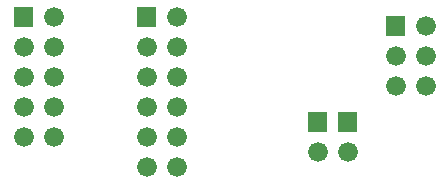
<source format=gbr>
G04 start of page 5 for group -4062 idx -4062 *
G04 Title: (unknown), soldermask *
G04 Creator: pcb 20091103 *
G04 CreationDate: Mon 11 Apr 2011 12:44:06 AM GMT UTC *
G04 For: gjhurlbu *
G04 Format: Gerber/RS-274X *
G04 PCB-Dimensions: 600000 500000 *
G04 PCB-Coordinate-Origin: lower left *
%MOIN*%
%FSLAX25Y25*%
%LNBACKMASK*%
%ADD12C,0.0200*%
%ADD19C,0.0660*%
G54D12*G36*
X16700Y483300D02*Y476700D01*
X23300D01*
Y483300D01*
X16700D01*
G37*
G54D19*X30000Y480000D03*
X20000Y470000D03*
X30000D03*
X20000Y460000D03*
X30000D03*
X20000Y450000D03*
X30000D03*
X20000Y440000D03*
X30000D03*
G54D12*G36*
X57700Y483300D02*Y476700D01*
X64300D01*
Y483300D01*
X57700D01*
G37*
G54D19*X71000Y480000D03*
Y470000D03*
Y460000D03*
Y450000D03*
Y440000D03*
Y430000D03*
X61000Y470000D03*
Y460000D03*
Y450000D03*
Y440000D03*
Y430000D03*
G54D12*G36*
X124700Y448300D02*Y441700D01*
X131300D01*
Y448300D01*
X124700D01*
G37*
G54D19*X128000Y435000D03*
X118000D03*
G54D12*G36*
X114700Y448300D02*Y441700D01*
X121300D01*
Y448300D01*
X114700D01*
G37*
G36*
X140700Y480300D02*Y473700D01*
X147300D01*
Y480300D01*
X140700D01*
G37*
G54D19*X154000Y477000D03*
X144000Y467000D03*
X154000D03*
X144000Y457000D03*
X154000D03*
M02*

</source>
